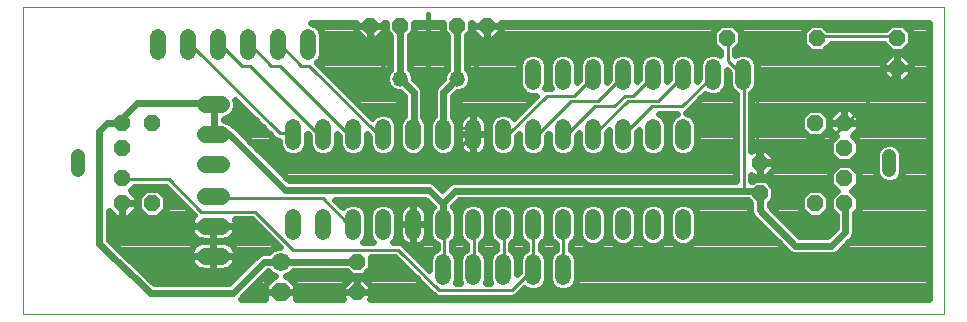
<source format=gtl>
G75*
%MOIN*%
%OFA0B0*%
%FSLAX25Y25*%
%IPPOS*%
%LPD*%
%AMOC8*
5,1,8,0,0,1.08239X$1,22.5*
%
%ADD10C,0.00000*%
%ADD11OC8,0.05200*%
%ADD12OC8,0.06200*%
%ADD13C,0.06200*%
%ADD14C,0.05200*%
%ADD15C,0.05600*%
%ADD16C,0.05200*%
%ADD17OC8,0.05543*%
%ADD18C,0.04756*%
%ADD19C,0.01000*%
%ADD20C,0.01600*%
%ADD21C,0.02400*%
D10*
X0005345Y0009867D02*
X0005345Y0112229D01*
X0312432Y0112229D01*
X0312432Y0009867D01*
X0005345Y0009867D01*
D11*
X0116595Y0017309D03*
X0116595Y0027309D03*
X0250974Y0050304D03*
X0250974Y0060304D03*
X0296671Y0092070D03*
X0296671Y0102070D03*
X0269926Y0101934D03*
X0239926Y0101934D03*
X0159931Y0106134D03*
X0149931Y0106134D03*
X0130967Y0106134D03*
X0120967Y0106134D03*
D12*
X0091178Y0017339D03*
D13*
X0091178Y0027339D03*
D14*
X0095345Y0037267D02*
X0095345Y0042467D01*
X0105345Y0042467D02*
X0105345Y0037267D01*
X0115345Y0037267D02*
X0115345Y0042467D01*
X0125345Y0042467D02*
X0125345Y0037267D01*
X0135345Y0037267D02*
X0135345Y0042467D01*
X0145345Y0042467D02*
X0145345Y0037267D01*
X0155345Y0037267D02*
X0155345Y0042467D01*
X0165345Y0042467D02*
X0165345Y0037267D01*
X0175345Y0037267D02*
X0175345Y0042467D01*
X0185345Y0042467D02*
X0185345Y0037267D01*
X0195345Y0037267D02*
X0195345Y0042467D01*
X0205345Y0042467D02*
X0205345Y0037267D01*
X0215345Y0037267D02*
X0215345Y0042467D01*
X0225345Y0042467D02*
X0225345Y0037267D01*
X0185345Y0027467D02*
X0185345Y0022267D01*
X0175345Y0022267D02*
X0175345Y0027467D01*
X0165345Y0027467D02*
X0165345Y0022267D01*
X0155345Y0022267D02*
X0155345Y0027467D01*
X0145345Y0027467D02*
X0145345Y0022267D01*
X0145345Y0067267D02*
X0145345Y0072467D01*
X0135345Y0072467D02*
X0135345Y0067267D01*
X0125345Y0067267D02*
X0125345Y0072467D01*
X0115345Y0072467D02*
X0115345Y0067267D01*
X0105345Y0067267D02*
X0105345Y0072467D01*
X0095345Y0072467D02*
X0095345Y0067267D01*
X0155345Y0067267D02*
X0155345Y0072467D01*
X0165345Y0072467D02*
X0165345Y0067267D01*
X0175345Y0067267D02*
X0175345Y0072467D01*
X0185345Y0072467D02*
X0185345Y0067267D01*
X0195345Y0067267D02*
X0195345Y0072467D01*
X0205345Y0072467D02*
X0205345Y0067267D01*
X0215345Y0067267D02*
X0215345Y0072467D01*
X0225345Y0072467D02*
X0225345Y0067267D01*
X0225345Y0087267D02*
X0225345Y0092467D01*
X0215345Y0092467D02*
X0215345Y0087267D01*
X0205345Y0087267D02*
X0205345Y0092467D01*
X0195345Y0092467D02*
X0195345Y0087267D01*
X0185345Y0087267D02*
X0185345Y0092467D01*
X0175345Y0092467D02*
X0175345Y0087267D01*
X0235345Y0087267D02*
X0235345Y0092467D01*
X0245345Y0092467D02*
X0245345Y0087267D01*
X0100345Y0097267D02*
X0100345Y0102467D01*
X0090345Y0102467D02*
X0090345Y0097267D01*
X0080345Y0097267D02*
X0080345Y0102467D01*
X0070345Y0102467D02*
X0070345Y0097267D01*
X0060345Y0097267D02*
X0060345Y0102467D01*
X0050345Y0102467D02*
X0050345Y0097267D01*
D15*
X0065859Y0079915D02*
X0071459Y0079915D01*
X0071459Y0069915D02*
X0065859Y0069915D01*
X0065859Y0059915D02*
X0071459Y0059915D01*
X0071493Y0049371D02*
X0065893Y0049371D01*
X0065893Y0039371D02*
X0071493Y0039371D01*
X0071493Y0029371D02*
X0065893Y0029371D01*
D16*
X0131053Y0088415D03*
X0150053Y0088415D03*
D17*
X0048307Y0073646D03*
X0038465Y0073646D03*
X0038465Y0065378D03*
X0038465Y0055142D03*
X0038465Y0046874D03*
X0048307Y0046874D03*
X0269280Y0046874D03*
X0279123Y0046874D03*
X0279123Y0055142D03*
X0279123Y0065378D03*
X0279123Y0073646D03*
X0269280Y0073646D03*
D18*
X0294084Y0062638D02*
X0294084Y0057882D01*
X0023504Y0057882D02*
X0023504Y0062638D01*
D19*
X0038465Y0055142D02*
X0038645Y0054867D01*
X0053945Y0054867D01*
X0064745Y0044067D01*
X0082745Y0044067D01*
X0095345Y0031467D01*
X0130445Y0031467D01*
X0143945Y0017967D01*
X0168245Y0017967D01*
X0174545Y0024267D01*
X0175345Y0024867D01*
X0175445Y0025167D01*
X0175445Y0039567D01*
X0175345Y0039867D01*
X0165545Y0039567D02*
X0165345Y0039867D01*
X0165545Y0039567D02*
X0165545Y0025167D01*
X0165345Y0024867D01*
X0155645Y0025167D02*
X0155345Y0024867D01*
X0155645Y0025167D02*
X0155645Y0039567D01*
X0155345Y0039867D01*
X0145745Y0038667D02*
X0145345Y0039867D01*
X0145745Y0043167D01*
X0145211Y0043167D01*
X0145211Y0046942D02*
X0144845Y0047667D01*
X0144565Y0047387D01*
X0145745Y0038667D02*
X0145745Y0025167D01*
X0145345Y0024867D01*
X0116945Y0027867D02*
X0116838Y0027355D01*
X0116595Y0027309D02*
X0116945Y0027867D01*
X0116045Y0017967D02*
X0091745Y0017967D01*
X0091178Y0017339D01*
X0090845Y0026967D02*
X0090845Y0027355D01*
X0091178Y0027339D02*
X0090845Y0026967D01*
X0069245Y0029667D02*
X0068693Y0029371D01*
X0069245Y0029667D02*
X0069245Y0038667D01*
X0068693Y0039371D01*
X0068345Y0039567D01*
X0049445Y0039567D01*
X0042245Y0046767D01*
X0038645Y0046767D01*
X0038465Y0046874D01*
X0068693Y0049371D02*
X0069245Y0048567D01*
X0105245Y0048567D01*
X0113345Y0040467D01*
X0115145Y0040467D01*
X0115345Y0039867D01*
X0116045Y0017967D02*
X0116595Y0017309D01*
X0048545Y0017067D02*
X0047505Y0017162D01*
X0048545Y0017067D02*
X0048545Y0017062D01*
X0130445Y0066567D02*
X0134045Y0062967D01*
X0136745Y0062967D01*
X0140345Y0066567D01*
X0143945Y0062967D01*
X0148445Y0062967D01*
X0155345Y0069867D01*
X0154745Y0070167D01*
X0152945Y0071967D01*
X0150245Y0071967D01*
X0150306Y0072528D01*
X0145745Y0070167D02*
X0145411Y0070167D01*
X0145345Y0069867D02*
X0145745Y0070167D01*
X0140415Y0073827D02*
X0140345Y0073767D01*
X0140345Y0066567D01*
X0135845Y0070167D02*
X0135345Y0069867D01*
X0135520Y0070167D02*
X0135845Y0070167D01*
X0130445Y0071967D02*
X0130525Y0072428D01*
X0130445Y0071967D02*
X0130445Y0066567D01*
X0125345Y0069867D02*
X0125045Y0070167D01*
X0123245Y0070167D01*
X0100745Y0092667D01*
X0098045Y0092667D01*
X0090845Y0099867D01*
X0090345Y0099867D01*
X0088145Y0092667D02*
X0080945Y0099867D01*
X0080345Y0099867D01*
X0078245Y0092667D02*
X0071045Y0099867D01*
X0070345Y0099867D01*
X0061145Y0099867D02*
X0060345Y0099867D01*
X0061145Y0099867D02*
X0090845Y0070167D01*
X0095345Y0070167D01*
X0095345Y0069867D01*
X0103445Y0070167D02*
X0080945Y0092667D01*
X0078245Y0092667D01*
X0088145Y0092667D02*
X0090845Y0092667D01*
X0113345Y0070167D01*
X0115145Y0070167D01*
X0115345Y0069867D01*
X0105345Y0069867D02*
X0105245Y0070167D01*
X0103445Y0070167D01*
X0069245Y0070167D02*
X0068984Y0070167D01*
X0069245Y0070167D02*
X0068659Y0069915D01*
X0068659Y0079915D02*
X0069245Y0080067D01*
X0068584Y0080318D01*
X0038613Y0075723D02*
X0038645Y0074667D01*
X0038465Y0073646D01*
X0038645Y0073767D01*
X0038513Y0073623D01*
X0121445Y0103467D02*
X0125045Y0099867D01*
X0125330Y0099112D01*
X0121445Y0103467D02*
X0121445Y0105267D01*
X0120967Y0106134D01*
X0130967Y0106134D02*
X0131345Y0106167D01*
X0131024Y0105908D01*
X0149931Y0106134D02*
X0150245Y0106167D01*
X0150006Y0106108D01*
X0159245Y0105267D02*
X0159245Y0101667D01*
X0156545Y0098967D01*
X0156200Y0098912D01*
X0159245Y0105267D02*
X0159931Y0106134D01*
X0160145Y0106167D01*
X0242045Y0106167D01*
X0250145Y0098067D01*
X0250145Y0061167D01*
X0250974Y0060304D01*
X0251045Y0061167D01*
X0267245Y0061167D01*
X0278945Y0072867D01*
X0279123Y0073646D01*
X0279845Y0073767D01*
X0296045Y0089967D01*
X0296045Y0091767D01*
X0296671Y0092070D01*
X0296671Y0102070D02*
X0296045Y0102567D01*
X0269945Y0102567D01*
X0269926Y0101934D01*
X0244745Y0089967D02*
X0240245Y0094467D01*
X0240245Y0101667D01*
X0239926Y0101934D01*
X0244745Y0089967D02*
X0245345Y0089867D01*
X0245645Y0089067D01*
X0245645Y0051138D01*
X0250963Y0050285D02*
X0251045Y0050367D01*
X0250974Y0050304D01*
X0279123Y0046874D02*
X0279845Y0046767D01*
X0279481Y0046642D01*
X0215045Y0079167D02*
X0206045Y0070167D01*
X0205345Y0069867D01*
X0196145Y0070167D02*
X0195345Y0069867D01*
X0196145Y0070167D02*
X0206945Y0080967D01*
X0216845Y0080967D01*
X0224945Y0089067D01*
X0225345Y0089867D01*
X0234845Y0089067D02*
X0235345Y0089867D01*
X0234845Y0089067D02*
X0224945Y0079167D01*
X0215045Y0079167D01*
X0208745Y0082767D02*
X0206045Y0082767D01*
X0202445Y0079167D01*
X0196145Y0079167D01*
X0187145Y0070167D01*
X0185345Y0070167D01*
X0185345Y0069867D01*
X0177245Y0070167D02*
X0188045Y0080967D01*
X0197045Y0080967D01*
X0205145Y0089067D01*
X0205345Y0089867D01*
X0208745Y0082767D02*
X0215045Y0089067D01*
X0215345Y0089867D01*
X0195345Y0089867D02*
X0195245Y0089067D01*
X0188945Y0082767D01*
X0179945Y0082767D01*
X0167345Y0070167D01*
X0165545Y0070167D01*
X0165345Y0069867D01*
X0175345Y0069867D02*
X0175445Y0070167D01*
X0177245Y0070167D01*
X0150245Y0088167D02*
X0150053Y0088415D01*
X0150000Y0088412D02*
X0150245Y0088167D01*
X0131345Y0089067D02*
X0131024Y0088418D01*
X0131053Y0088415D02*
X0131345Y0089067D01*
X0185345Y0039867D02*
X0185345Y0024867D01*
D20*
X0150306Y0072528D02*
X0150306Y0080325D01*
X0156200Y0086220D01*
X0156200Y0098912D01*
X0140415Y0109905D02*
X0140415Y0073827D01*
X0130525Y0072428D02*
X0130525Y0080625D01*
X0125330Y0085820D01*
X0125330Y0099112D01*
D21*
X0127824Y0098612D02*
X0104945Y0098612D01*
X0104945Y0096352D02*
X0104945Y0103382D01*
X0104245Y0105072D01*
X0102951Y0106366D01*
X0101352Y0107029D01*
X0116167Y0107029D01*
X0116167Y0106134D01*
X0116167Y0104146D01*
X0118979Y0101334D01*
X0120967Y0101334D01*
X0120967Y0106134D01*
X0116167Y0106134D01*
X0120967Y0106134D01*
X0120967Y0106134D01*
X0120967Y0106134D01*
X0120967Y0101334D01*
X0122955Y0101334D01*
X0125767Y0104146D01*
X0125767Y0106134D01*
X0120967Y0106134D01*
X0120967Y0106134D01*
X0125767Y0106134D01*
X0125767Y0107029D01*
X0126367Y0107029D01*
X0126367Y0104229D01*
X0127824Y0102771D01*
X0127824Y0091692D01*
X0127153Y0091021D01*
X0126453Y0089330D01*
X0126453Y0087500D01*
X0127153Y0085809D01*
X0128447Y0084515D01*
X0130138Y0083815D01*
X0131102Y0083815D01*
X0132320Y0082597D01*
X0132320Y0075947D01*
X0131446Y0075072D01*
X0130745Y0073382D01*
X0130745Y0066352D01*
X0131446Y0064661D01*
X0132740Y0063367D01*
X0134430Y0062667D01*
X0136260Y0062667D01*
X0137951Y0063367D01*
X0139245Y0064661D01*
X0139945Y0066352D01*
X0139945Y0073382D01*
X0139245Y0075072D01*
X0138720Y0075597D01*
X0138720Y0084559D01*
X0138233Y0085735D01*
X0135653Y0088316D01*
X0135653Y0089330D01*
X0134952Y0091021D01*
X0134224Y0091749D01*
X0134224Y0102886D01*
X0135567Y0104229D01*
X0135567Y0107029D01*
X0145331Y0107029D01*
X0145331Y0104229D01*
X0146806Y0102753D01*
X0146806Y0091674D01*
X0146153Y0091021D01*
X0145453Y0089330D01*
X0145453Y0088390D01*
X0142698Y0085635D01*
X0142211Y0084459D01*
X0142211Y0075837D01*
X0141446Y0075072D01*
X0140745Y0073382D01*
X0140745Y0066352D01*
X0141446Y0064661D01*
X0142740Y0063367D01*
X0144430Y0062667D01*
X0146260Y0062667D01*
X0147951Y0063367D01*
X0149245Y0064661D01*
X0149945Y0066352D01*
X0149945Y0073382D01*
X0149245Y0075072D01*
X0148610Y0075707D01*
X0148610Y0082497D01*
X0149928Y0083815D01*
X0150968Y0083815D01*
X0152658Y0084515D01*
X0153952Y0085809D01*
X0154653Y0087500D01*
X0154653Y0089330D01*
X0153952Y0091021D01*
X0153206Y0091767D01*
X0153206Y0102904D01*
X0154531Y0104229D01*
X0154531Y0107029D01*
X0155131Y0107029D01*
X0155131Y0106134D01*
X0155131Y0104146D01*
X0157943Y0101334D01*
X0159931Y0101334D01*
X0161919Y0101334D01*
X0164731Y0104146D01*
X0164731Y0106134D01*
X0164731Y0107029D01*
X0307232Y0107029D01*
X0307232Y0015067D01*
X0121141Y0015067D01*
X0121395Y0015320D01*
X0121395Y0017309D01*
X0121395Y0019297D01*
X0118583Y0022109D01*
X0116595Y0022109D01*
X0116595Y0017309D01*
X0116595Y0017309D01*
X0121395Y0017309D01*
X0116595Y0017309D01*
X0116595Y0017309D01*
X0116595Y0022109D01*
X0114606Y0022109D01*
X0111795Y0019297D01*
X0111795Y0017309D01*
X0116594Y0017309D01*
X0116594Y0017309D01*
X0111795Y0017309D01*
X0111795Y0015320D01*
X0112048Y0015067D01*
X0096401Y0015067D01*
X0096478Y0015143D01*
X0096478Y0017338D01*
X0091178Y0017338D01*
X0091178Y0017339D01*
X0096478Y0017339D01*
X0096478Y0019534D01*
X0093373Y0022639D01*
X0093158Y0022639D01*
X0094067Y0023015D01*
X0095206Y0024155D01*
X0113243Y0024155D01*
X0114689Y0022709D01*
X0118500Y0022709D01*
X0121195Y0025403D01*
X0121195Y0028967D01*
X0129410Y0028967D01*
X0141826Y0016550D01*
X0142529Y0015847D01*
X0143448Y0015467D01*
X0168743Y0015467D01*
X0169661Y0015847D01*
X0172460Y0018646D01*
X0172740Y0018367D01*
X0174430Y0017667D01*
X0176260Y0017667D01*
X0177951Y0018367D01*
X0179245Y0019661D01*
X0179945Y0021352D01*
X0179945Y0028382D01*
X0179245Y0030072D01*
X0177951Y0031366D01*
X0177945Y0031369D01*
X0177945Y0033365D01*
X0177951Y0033367D01*
X0179245Y0034661D01*
X0179945Y0036352D01*
X0179945Y0043382D01*
X0179245Y0045072D01*
X0177951Y0046366D01*
X0176260Y0047067D01*
X0174430Y0047067D01*
X0172740Y0046366D01*
X0171446Y0045072D01*
X0170745Y0043382D01*
X0170745Y0036352D01*
X0171446Y0034661D01*
X0172740Y0033367D01*
X0172945Y0033282D01*
X0172945Y0031451D01*
X0172740Y0031366D01*
X0171446Y0030072D01*
X0170745Y0028382D01*
X0170745Y0024002D01*
X0169945Y0023202D01*
X0169945Y0028382D01*
X0169245Y0030072D01*
X0168045Y0031272D01*
X0168045Y0033461D01*
X0169245Y0034661D01*
X0169945Y0036352D01*
X0169945Y0043382D01*
X0169245Y0045072D01*
X0167951Y0046366D01*
X0166260Y0047067D01*
X0164430Y0047067D01*
X0162740Y0046366D01*
X0161446Y0045072D01*
X0160745Y0043382D01*
X0160745Y0036352D01*
X0161446Y0034661D01*
X0162740Y0033367D01*
X0163045Y0033240D01*
X0163045Y0031493D01*
X0162740Y0031366D01*
X0161446Y0030072D01*
X0160745Y0028382D01*
X0160745Y0021352D01*
X0161112Y0020467D01*
X0159579Y0020467D01*
X0159945Y0021352D01*
X0159945Y0028382D01*
X0159245Y0030072D01*
X0158145Y0031172D01*
X0158145Y0033561D01*
X0159245Y0034661D01*
X0159945Y0036352D01*
X0159945Y0043382D01*
X0159245Y0045072D01*
X0157951Y0046366D01*
X0156260Y0047067D01*
X0154430Y0047067D01*
X0152740Y0046366D01*
X0151446Y0045072D01*
X0150745Y0043382D01*
X0150745Y0036352D01*
X0151446Y0034661D01*
X0152740Y0033367D01*
X0153145Y0033199D01*
X0153145Y0031534D01*
X0152740Y0031366D01*
X0151446Y0030072D01*
X0150745Y0028382D01*
X0150745Y0021352D01*
X0151112Y0020467D01*
X0149579Y0020467D01*
X0149945Y0021352D01*
X0149945Y0028382D01*
X0149245Y0030072D01*
X0148245Y0031072D01*
X0148245Y0033661D01*
X0149245Y0034661D01*
X0149945Y0036352D01*
X0149945Y0043382D01*
X0149245Y0045072D01*
X0148556Y0045762D01*
X0150732Y0047938D01*
X0246834Y0047938D01*
X0247809Y0046964D01*
X0247809Y0043903D01*
X0248296Y0042727D01*
X0260085Y0030938D01*
X0260985Y0030038D01*
X0262161Y0029551D01*
X0275421Y0029551D01*
X0276597Y0030038D01*
X0281294Y0034735D01*
X0282194Y0035635D01*
X0282681Y0036811D01*
X0282681Y0043685D01*
X0283895Y0044898D01*
X0283895Y0048851D01*
X0281737Y0051008D01*
X0283895Y0053166D01*
X0283895Y0057119D01*
X0281099Y0059914D01*
X0277146Y0059914D01*
X0274351Y0057119D01*
X0274351Y0053166D01*
X0276509Y0051008D01*
X0274351Y0048851D01*
X0274351Y0044898D01*
X0276281Y0042968D01*
X0276281Y0038773D01*
X0273459Y0035951D01*
X0264123Y0035951D01*
X0254209Y0045865D01*
X0254209Y0047033D01*
X0255574Y0048398D01*
X0255574Y0052209D01*
X0252880Y0054904D01*
X0249069Y0054904D01*
X0248504Y0054338D01*
X0248145Y0054338D01*
X0248145Y0056344D01*
X0248986Y0055504D01*
X0250974Y0055504D01*
X0250974Y0060303D01*
X0250974Y0060303D01*
X0250974Y0055504D01*
X0252962Y0055504D01*
X0255774Y0058315D01*
X0255774Y0060304D01*
X0255774Y0062292D01*
X0252962Y0065104D01*
X0250974Y0065104D01*
X0248986Y0065104D01*
X0248145Y0064263D01*
X0248145Y0083561D01*
X0249245Y0084661D01*
X0249945Y0086352D01*
X0249945Y0093382D01*
X0249245Y0095072D01*
X0247951Y0096366D01*
X0246260Y0097067D01*
X0244430Y0097067D01*
X0242745Y0096369D01*
X0242745Y0098248D01*
X0244526Y0100028D01*
X0244526Y0103839D01*
X0241832Y0106534D01*
X0238021Y0106534D01*
X0235326Y0103839D01*
X0235326Y0100028D01*
X0237745Y0097609D01*
X0237745Y0096451D01*
X0236260Y0097067D01*
X0234430Y0097067D01*
X0232740Y0096366D01*
X0231446Y0095072D01*
X0230745Y0093382D01*
X0230745Y0088502D01*
X0229945Y0087702D01*
X0229945Y0093382D01*
X0229245Y0095072D01*
X0227951Y0096366D01*
X0226260Y0097067D01*
X0224430Y0097067D01*
X0222740Y0096366D01*
X0221446Y0095072D01*
X0220745Y0093382D01*
X0220745Y0088402D01*
X0219945Y0087602D01*
X0219945Y0093382D01*
X0219245Y0095072D01*
X0217951Y0096366D01*
X0216260Y0097067D01*
X0214430Y0097067D01*
X0212740Y0096366D01*
X0211446Y0095072D01*
X0210745Y0093382D01*
X0210745Y0088302D01*
X0209945Y0087502D01*
X0209945Y0093382D01*
X0209245Y0095072D01*
X0207951Y0096366D01*
X0206260Y0097067D01*
X0204430Y0097067D01*
X0202740Y0096366D01*
X0201446Y0095072D01*
X0200745Y0093382D01*
X0200745Y0088202D01*
X0199945Y0087402D01*
X0199945Y0093382D01*
X0199245Y0095072D01*
X0197951Y0096366D01*
X0196260Y0097067D01*
X0194430Y0097067D01*
X0192740Y0096366D01*
X0191446Y0095072D01*
X0190745Y0093382D01*
X0190745Y0088102D01*
X0189945Y0087302D01*
X0189945Y0093382D01*
X0189245Y0095072D01*
X0187951Y0096366D01*
X0186260Y0097067D01*
X0184430Y0097067D01*
X0182740Y0096366D01*
X0181446Y0095072D01*
X0180745Y0093382D01*
X0180745Y0086352D01*
X0181195Y0085267D01*
X0179496Y0085267D01*
X0179945Y0086352D01*
X0179945Y0093382D01*
X0179245Y0095072D01*
X0177951Y0096366D01*
X0176260Y0097067D01*
X0174430Y0097067D01*
X0172740Y0096366D01*
X0171446Y0095072D01*
X0170745Y0093382D01*
X0170745Y0086352D01*
X0171446Y0084661D01*
X0172740Y0083367D01*
X0174430Y0082667D01*
X0176260Y0082667D01*
X0176345Y0082702D01*
X0168980Y0075337D01*
X0167951Y0076366D01*
X0166260Y0077067D01*
X0164430Y0077067D01*
X0162740Y0076366D01*
X0161446Y0075072D01*
X0160745Y0073382D01*
X0160745Y0066352D01*
X0161446Y0064661D01*
X0162740Y0063367D01*
X0164430Y0062667D01*
X0166260Y0062667D01*
X0167951Y0063367D01*
X0169245Y0064661D01*
X0169945Y0066352D01*
X0169945Y0069231D01*
X0170745Y0070031D01*
X0170745Y0066352D01*
X0171446Y0064661D01*
X0172740Y0063367D01*
X0174430Y0062667D01*
X0176260Y0062667D01*
X0177951Y0063367D01*
X0179245Y0064661D01*
X0179945Y0066352D01*
X0179945Y0069331D01*
X0180745Y0070131D01*
X0180745Y0066352D01*
X0181446Y0064661D01*
X0182740Y0063367D01*
X0184430Y0062667D01*
X0186260Y0062667D01*
X0187951Y0063367D01*
X0189245Y0064661D01*
X0189945Y0066352D01*
X0189945Y0069431D01*
X0190745Y0070231D01*
X0190745Y0066352D01*
X0191446Y0064661D01*
X0192740Y0063367D01*
X0194430Y0062667D01*
X0196260Y0062667D01*
X0197951Y0063367D01*
X0199245Y0064661D01*
X0199945Y0066352D01*
X0199945Y0070431D01*
X0200745Y0071231D01*
X0200745Y0066352D01*
X0201446Y0064661D01*
X0202740Y0063367D01*
X0204430Y0062667D01*
X0206260Y0062667D01*
X0207951Y0063367D01*
X0209245Y0064661D01*
X0209945Y0066352D01*
X0209945Y0070531D01*
X0210745Y0071331D01*
X0210745Y0066352D01*
X0211446Y0064661D01*
X0212740Y0063367D01*
X0214430Y0062667D01*
X0216260Y0062667D01*
X0217951Y0063367D01*
X0219245Y0064661D01*
X0219945Y0066352D01*
X0219945Y0073382D01*
X0219245Y0075072D01*
X0217951Y0076366D01*
X0217226Y0076667D01*
X0223465Y0076667D01*
X0222740Y0076366D01*
X0221446Y0075072D01*
X0220745Y0073382D01*
X0220745Y0066352D01*
X0221446Y0064661D01*
X0222740Y0063367D01*
X0224430Y0062667D01*
X0226260Y0062667D01*
X0227951Y0063367D01*
X0229245Y0064661D01*
X0229945Y0066352D01*
X0229945Y0073382D01*
X0229245Y0075072D01*
X0227951Y0076366D01*
X0226334Y0077036D01*
X0226361Y0077047D01*
X0232710Y0083396D01*
X0232740Y0083367D01*
X0234430Y0082667D01*
X0236260Y0082667D01*
X0237951Y0083367D01*
X0239245Y0084661D01*
X0239945Y0086352D01*
X0239945Y0091231D01*
X0240745Y0090431D01*
X0240745Y0086352D01*
X0241446Y0084661D01*
X0242740Y0083367D01*
X0243145Y0083199D01*
X0243145Y0054338D01*
X0148770Y0054338D01*
X0147594Y0053851D01*
X0146694Y0052951D01*
X0145110Y0051367D01*
X0142426Y0054051D01*
X0141250Y0054538D01*
X0093987Y0054538D01*
X0075887Y0072638D01*
X0075267Y0072895D01*
X0074178Y0073984D01*
X0072414Y0074715D01*
X0072184Y0074715D01*
X0072184Y0075115D01*
X0072414Y0075115D01*
X0074178Y0075846D01*
X0075528Y0077196D01*
X0076259Y0078960D01*
X0076259Y0080870D01*
X0076013Y0081463D01*
X0089429Y0068047D01*
X0090348Y0067667D01*
X0090745Y0067667D01*
X0090745Y0066352D01*
X0091446Y0064661D01*
X0092740Y0063367D01*
X0094430Y0062667D01*
X0096260Y0062667D01*
X0097951Y0063367D01*
X0099245Y0064661D01*
X0099945Y0066352D01*
X0099945Y0070131D01*
X0100745Y0069331D01*
X0100745Y0066352D01*
X0101446Y0064661D01*
X0102740Y0063367D01*
X0104430Y0062667D01*
X0106260Y0062667D01*
X0107951Y0063367D01*
X0109245Y0064661D01*
X0109945Y0066352D01*
X0109945Y0070031D01*
X0110745Y0069231D01*
X0110745Y0066352D01*
X0111446Y0064661D01*
X0112740Y0063367D01*
X0114430Y0062667D01*
X0116260Y0062667D01*
X0117951Y0063367D01*
X0119245Y0064661D01*
X0119945Y0066352D01*
X0119945Y0069931D01*
X0120745Y0069131D01*
X0120745Y0066352D01*
X0121446Y0064661D01*
X0122740Y0063367D01*
X0124430Y0062667D01*
X0126260Y0062667D01*
X0127951Y0063367D01*
X0129245Y0064661D01*
X0129945Y0066352D01*
X0129945Y0073382D01*
X0129245Y0075072D01*
X0127951Y0076366D01*
X0126260Y0077067D01*
X0124430Y0077067D01*
X0122740Y0076366D01*
X0121660Y0075287D01*
X0103266Y0093682D01*
X0104245Y0094661D01*
X0104945Y0096352D01*
X0104888Y0096213D02*
X0127824Y0096213D01*
X0127824Y0093814D02*
X0103399Y0093814D01*
X0105531Y0091416D02*
X0127548Y0091416D01*
X0126453Y0089017D02*
X0107930Y0089017D01*
X0110328Y0086619D02*
X0126818Y0086619D01*
X0129159Y0084220D02*
X0112727Y0084220D01*
X0115126Y0081822D02*
X0132320Y0081822D01*
X0132320Y0079423D02*
X0117524Y0079423D01*
X0119923Y0077025D02*
X0124330Y0077025D01*
X0126361Y0077025D02*
X0132320Y0077025D01*
X0131261Y0074626D02*
X0129430Y0074626D01*
X0129945Y0072228D02*
X0130745Y0072228D01*
X0130745Y0069829D02*
X0129945Y0069829D01*
X0129945Y0067431D02*
X0130745Y0067431D01*
X0131292Y0065032D02*
X0129399Y0065032D01*
X0121292Y0065032D02*
X0119399Y0065032D01*
X0119945Y0067431D02*
X0120745Y0067431D01*
X0120047Y0069829D02*
X0119945Y0069829D01*
X0110745Y0067431D02*
X0109945Y0067431D01*
X0109945Y0069829D02*
X0110147Y0069829D01*
X0100745Y0067431D02*
X0099945Y0067431D01*
X0099945Y0069829D02*
X0100247Y0069829D01*
X0090745Y0067431D02*
X0081094Y0067431D01*
X0078696Y0069829D02*
X0087647Y0069829D01*
X0085248Y0072228D02*
X0076297Y0072228D01*
X0074074Y0069925D02*
X0092661Y0051338D01*
X0140614Y0051338D01*
X0144565Y0047387D01*
X0145211Y0046741D01*
X0145211Y0046942D01*
X0149407Y0051138D01*
X0245645Y0051138D01*
X0250109Y0051138D01*
X0250963Y0050285D01*
X0251009Y0050239D01*
X0251009Y0044540D01*
X0262798Y0032751D01*
X0274785Y0032751D01*
X0279481Y0037448D01*
X0279481Y0046642D01*
X0279182Y0046941D01*
X0274351Y0045844D02*
X0274052Y0045844D01*
X0274052Y0044898D02*
X0271257Y0042103D01*
X0267304Y0042103D01*
X0264509Y0044898D01*
X0264509Y0048851D01*
X0267304Y0051646D01*
X0271257Y0051646D01*
X0274052Y0048851D01*
X0274052Y0044898D01*
X0272600Y0043446D02*
X0275804Y0043446D01*
X0276281Y0041047D02*
X0259027Y0041047D01*
X0261425Y0038649D02*
X0276157Y0038649D01*
X0273758Y0036250D02*
X0263824Y0036250D01*
X0257171Y0033852D02*
X0228436Y0033852D01*
X0227951Y0033367D02*
X0229245Y0034661D01*
X0229945Y0036352D01*
X0229945Y0043382D01*
X0229245Y0045072D01*
X0227951Y0046366D01*
X0226260Y0047067D01*
X0224430Y0047067D01*
X0222740Y0046366D01*
X0221446Y0045072D01*
X0220745Y0043382D01*
X0220745Y0036352D01*
X0221446Y0034661D01*
X0222740Y0033367D01*
X0224430Y0032667D01*
X0226260Y0032667D01*
X0227951Y0033367D01*
X0222255Y0033852D02*
X0218436Y0033852D01*
X0217951Y0033367D02*
X0219245Y0034661D01*
X0219945Y0036352D01*
X0219945Y0043382D01*
X0219245Y0045072D01*
X0217951Y0046366D01*
X0216260Y0047067D01*
X0214430Y0047067D01*
X0212740Y0046366D01*
X0211446Y0045072D01*
X0210745Y0043382D01*
X0210745Y0036352D01*
X0211446Y0034661D01*
X0212740Y0033367D01*
X0214430Y0032667D01*
X0216260Y0032667D01*
X0217951Y0033367D01*
X0212255Y0033852D02*
X0208436Y0033852D01*
X0207951Y0033367D02*
X0206260Y0032667D01*
X0204430Y0032667D01*
X0202740Y0033367D01*
X0201446Y0034661D01*
X0200745Y0036352D01*
X0200745Y0043382D01*
X0201446Y0045072D01*
X0202740Y0046366D01*
X0204430Y0047067D01*
X0206260Y0047067D01*
X0207951Y0046366D01*
X0209245Y0045072D01*
X0209945Y0043382D01*
X0209945Y0036352D01*
X0209245Y0034661D01*
X0207951Y0033367D01*
X0202255Y0033852D02*
X0198436Y0033852D01*
X0197951Y0033367D02*
X0196260Y0032667D01*
X0194430Y0032667D01*
X0192740Y0033367D01*
X0191446Y0034661D01*
X0190745Y0036352D01*
X0190745Y0043382D01*
X0191446Y0045072D01*
X0192740Y0046366D01*
X0194430Y0047067D01*
X0196260Y0047067D01*
X0197951Y0046366D01*
X0199245Y0045072D01*
X0199945Y0043382D01*
X0199945Y0036352D01*
X0199245Y0034661D01*
X0197951Y0033367D01*
X0192255Y0033852D02*
X0188436Y0033852D01*
X0187951Y0033367D02*
X0189245Y0034661D01*
X0189945Y0036352D01*
X0189945Y0043382D01*
X0189245Y0045072D01*
X0187951Y0046366D01*
X0186260Y0047067D01*
X0184430Y0047067D01*
X0182740Y0046366D01*
X0181446Y0045072D01*
X0180745Y0043382D01*
X0180745Y0036352D01*
X0181446Y0034661D01*
X0182740Y0033367D01*
X0182845Y0033323D01*
X0182845Y0031410D01*
X0182740Y0031366D01*
X0181446Y0030072D01*
X0180745Y0028382D01*
X0180745Y0021352D01*
X0181446Y0019661D01*
X0182740Y0018367D01*
X0184430Y0017667D01*
X0186260Y0017667D01*
X0187951Y0018367D01*
X0189245Y0019661D01*
X0189945Y0021352D01*
X0189945Y0028382D01*
X0189245Y0030072D01*
X0187951Y0031366D01*
X0187845Y0031410D01*
X0187845Y0033323D01*
X0187951Y0033367D01*
X0187845Y0031453D02*
X0259570Y0031453D01*
X0254773Y0036250D02*
X0229903Y0036250D01*
X0229945Y0038649D02*
X0252374Y0038649D01*
X0249976Y0041047D02*
X0229945Y0041047D01*
X0229919Y0043446D02*
X0247998Y0043446D01*
X0247809Y0045844D02*
X0228473Y0045844D01*
X0222218Y0045844D02*
X0218473Y0045844D01*
X0219919Y0043446D02*
X0220772Y0043446D01*
X0220745Y0041047D02*
X0219945Y0041047D01*
X0219945Y0038649D02*
X0220745Y0038649D01*
X0220787Y0036250D02*
X0219903Y0036250D01*
X0210787Y0036250D02*
X0209903Y0036250D01*
X0209945Y0038649D02*
X0210745Y0038649D01*
X0210745Y0041047D02*
X0209945Y0041047D01*
X0209919Y0043446D02*
X0210772Y0043446D01*
X0212218Y0045844D02*
X0208473Y0045844D01*
X0202218Y0045844D02*
X0198473Y0045844D01*
X0199919Y0043446D02*
X0200772Y0043446D01*
X0200745Y0041047D02*
X0199945Y0041047D01*
X0199945Y0038649D02*
X0200745Y0038649D01*
X0200787Y0036250D02*
X0199903Y0036250D01*
X0190787Y0036250D02*
X0189903Y0036250D01*
X0189945Y0038649D02*
X0190745Y0038649D01*
X0190745Y0041047D02*
X0189945Y0041047D01*
X0189919Y0043446D02*
X0190772Y0043446D01*
X0192218Y0045844D02*
X0188473Y0045844D01*
X0182218Y0045844D02*
X0178473Y0045844D01*
X0179919Y0043446D02*
X0180772Y0043446D01*
X0180745Y0041047D02*
X0179945Y0041047D01*
X0179945Y0038649D02*
X0180745Y0038649D01*
X0180787Y0036250D02*
X0179903Y0036250D01*
X0178436Y0033852D02*
X0182255Y0033852D01*
X0182845Y0031453D02*
X0177945Y0031453D01*
X0179667Y0029055D02*
X0181024Y0029055D01*
X0180745Y0026656D02*
X0179945Y0026656D01*
X0179945Y0024258D02*
X0180745Y0024258D01*
X0180745Y0021859D02*
X0179945Y0021859D01*
X0179045Y0019461D02*
X0181646Y0019461D01*
X0189045Y0019461D02*
X0307232Y0019461D01*
X0307232Y0021859D02*
X0189945Y0021859D01*
X0189945Y0024258D02*
X0307232Y0024258D01*
X0307232Y0026656D02*
X0189945Y0026656D01*
X0189667Y0029055D02*
X0307232Y0029055D01*
X0307232Y0031453D02*
X0278012Y0031453D01*
X0280411Y0033852D02*
X0307232Y0033852D01*
X0307232Y0036250D02*
X0282449Y0036250D01*
X0282681Y0038649D02*
X0307232Y0038649D01*
X0307232Y0041047D02*
X0282681Y0041047D01*
X0282681Y0043446D02*
X0307232Y0043446D01*
X0307232Y0045844D02*
X0283895Y0045844D01*
X0283895Y0048243D02*
X0307232Y0048243D01*
X0307232Y0050641D02*
X0282104Y0050641D01*
X0283769Y0053040D02*
X0307232Y0053040D01*
X0307232Y0055438D02*
X0297810Y0055438D01*
X0297795Y0055402D02*
X0298462Y0057012D01*
X0298462Y0063509D01*
X0297795Y0065118D01*
X0296564Y0066350D01*
X0294954Y0067016D01*
X0293213Y0067016D01*
X0291604Y0066350D01*
X0290372Y0065118D01*
X0289706Y0063509D01*
X0289706Y0057012D01*
X0290372Y0055402D01*
X0291604Y0054171D01*
X0293213Y0053504D01*
X0294954Y0053504D01*
X0296564Y0054171D01*
X0297795Y0055402D01*
X0298462Y0057837D02*
X0307232Y0057837D01*
X0307232Y0060235D02*
X0298462Y0060235D01*
X0298462Y0062634D02*
X0307232Y0062634D01*
X0307232Y0065032D02*
X0297831Y0065032D01*
X0290337Y0065032D02*
X0283895Y0065032D01*
X0283895Y0063402D02*
X0283895Y0067355D01*
X0281879Y0069371D01*
X0284095Y0071587D01*
X0284095Y0073646D01*
X0279123Y0073646D01*
X0279123Y0073646D01*
X0274151Y0073646D01*
X0274151Y0071587D01*
X0276367Y0069371D01*
X0274351Y0067355D01*
X0274351Y0063402D01*
X0277146Y0060607D01*
X0281099Y0060607D01*
X0283895Y0063402D01*
X0283127Y0062634D02*
X0289706Y0062634D01*
X0289706Y0060235D02*
X0255774Y0060235D01*
X0255774Y0060304D02*
X0250974Y0060304D01*
X0250974Y0065104D01*
X0250974Y0060304D01*
X0250974Y0060304D01*
X0255774Y0060304D01*
X0250974Y0060304D02*
X0250974Y0060304D01*
X0250974Y0060235D02*
X0250974Y0060235D01*
X0250974Y0057837D02*
X0250974Y0057837D01*
X0255296Y0057837D02*
X0275069Y0057837D01*
X0274351Y0055438D02*
X0248145Y0055438D01*
X0243145Y0055438D02*
X0093087Y0055438D01*
X0090688Y0057837D02*
X0243145Y0057837D01*
X0243145Y0060235D02*
X0088290Y0060235D01*
X0085891Y0062634D02*
X0154070Y0062634D01*
X0154221Y0062585D02*
X0154968Y0062467D01*
X0155345Y0062467D01*
X0155345Y0069866D01*
X0155345Y0069866D01*
X0155345Y0069867D02*
X0150545Y0069867D01*
X0155345Y0069867D01*
X0155345Y0077267D01*
X0154968Y0077267D01*
X0154221Y0077148D01*
X0153503Y0076915D01*
X0152830Y0076572D01*
X0152218Y0076128D01*
X0151684Y0075594D01*
X0151240Y0074982D01*
X0150897Y0074309D01*
X0150664Y0073591D01*
X0150545Y0072844D01*
X0150545Y0069867D01*
X0150545Y0066889D01*
X0150664Y0066143D01*
X0150897Y0065424D01*
X0151240Y0064751D01*
X0151684Y0064140D01*
X0152218Y0063605D01*
X0152830Y0063161D01*
X0153503Y0062818D01*
X0154221Y0062585D01*
X0155345Y0062634D02*
X0155345Y0062634D01*
X0155345Y0062467D02*
X0155723Y0062467D01*
X0156469Y0062585D01*
X0157188Y0062818D01*
X0157861Y0063161D01*
X0158472Y0063605D01*
X0159007Y0064140D01*
X0159451Y0064751D01*
X0159794Y0065424D01*
X0160027Y0066143D01*
X0160145Y0066889D01*
X0160145Y0069867D01*
X0160145Y0072844D01*
X0160027Y0073591D01*
X0159794Y0074309D01*
X0159451Y0074982D01*
X0159007Y0075594D01*
X0158472Y0076128D01*
X0157861Y0076572D01*
X0157188Y0076915D01*
X0156469Y0077148D01*
X0155723Y0077267D01*
X0155345Y0077267D01*
X0155345Y0069867D01*
X0155345Y0069867D01*
X0155345Y0069867D01*
X0160145Y0069867D01*
X0155345Y0069867D01*
X0155345Y0069867D01*
X0155345Y0069866D02*
X0155345Y0062467D01*
X0156620Y0062634D02*
X0243145Y0062634D01*
X0243145Y0065032D02*
X0229399Y0065032D01*
X0229945Y0067431D02*
X0243145Y0067431D01*
X0243145Y0069829D02*
X0229945Y0069829D01*
X0229945Y0072228D02*
X0243145Y0072228D01*
X0243145Y0074626D02*
X0229430Y0074626D01*
X0226361Y0077025D02*
X0243145Y0077025D01*
X0243145Y0079423D02*
X0228738Y0079423D01*
X0231136Y0081822D02*
X0243145Y0081822D01*
X0241886Y0084220D02*
X0238805Y0084220D01*
X0239945Y0086619D02*
X0240745Y0086619D01*
X0240745Y0089017D02*
X0239945Y0089017D01*
X0230745Y0089017D02*
X0229945Y0089017D01*
X0229945Y0091416D02*
X0230745Y0091416D01*
X0230925Y0093814D02*
X0229766Y0093814D01*
X0228104Y0096213D02*
X0232586Y0096213D01*
X0236743Y0098612D02*
X0153206Y0098612D01*
X0153206Y0101010D02*
X0235326Y0101010D01*
X0235326Y0103409D02*
X0163994Y0103409D01*
X0159931Y0103409D02*
X0159931Y0103409D01*
X0155868Y0103409D02*
X0153711Y0103409D01*
X0154531Y0105807D02*
X0155131Y0105807D01*
X0155131Y0106134D02*
X0159931Y0106134D01*
X0159931Y0106134D01*
X0164731Y0106134D01*
X0159931Y0106134D01*
X0159931Y0101334D01*
X0159931Y0106134D01*
X0159931Y0106134D01*
X0159931Y0106134D01*
X0155131Y0106134D01*
X0150106Y0106207D02*
X0150006Y0106108D01*
X0150006Y0088418D01*
X0150000Y0088412D01*
X0145411Y0083823D01*
X0145411Y0070167D01*
X0145411Y0069730D01*
X0140745Y0069829D02*
X0139945Y0069829D01*
X0139945Y0067431D02*
X0140745Y0067431D01*
X0141292Y0065032D02*
X0139399Y0065032D01*
X0135520Y0069830D02*
X0135520Y0070167D01*
X0135520Y0083923D01*
X0131024Y0088418D01*
X0131024Y0105908D01*
X0130825Y0106108D01*
X0135567Y0105807D02*
X0145331Y0105807D01*
X0146151Y0103409D02*
X0134747Y0103409D01*
X0134224Y0101010D02*
X0146806Y0101010D01*
X0146806Y0098612D02*
X0134224Y0098612D01*
X0134224Y0096213D02*
X0146806Y0096213D01*
X0146806Y0093814D02*
X0134224Y0093814D01*
X0134557Y0091416D02*
X0146548Y0091416D01*
X0145453Y0089017D02*
X0135653Y0089017D01*
X0137349Y0086619D02*
X0143681Y0086619D01*
X0142211Y0084220D02*
X0138720Y0084220D01*
X0138720Y0081822D02*
X0142211Y0081822D01*
X0142211Y0079423D02*
X0138720Y0079423D01*
X0138720Y0077025D02*
X0142211Y0077025D01*
X0141261Y0074626D02*
X0139430Y0074626D01*
X0139945Y0072228D02*
X0140745Y0072228D01*
X0149430Y0074626D02*
X0151059Y0074626D01*
X0155345Y0074626D02*
X0155345Y0074626D01*
X0155345Y0072228D02*
X0155345Y0072228D01*
X0150545Y0072228D02*
X0149945Y0072228D01*
X0149945Y0069829D02*
X0150545Y0069829D01*
X0155345Y0069829D02*
X0155345Y0069829D01*
X0155345Y0067431D02*
X0155345Y0067431D01*
X0150545Y0067431D02*
X0149945Y0067431D01*
X0149399Y0065032D02*
X0151097Y0065032D01*
X0155345Y0065032D02*
X0155345Y0065032D01*
X0159594Y0065032D02*
X0161292Y0065032D01*
X0160745Y0067431D02*
X0160145Y0067431D01*
X0160145Y0069829D02*
X0160745Y0069829D01*
X0160745Y0072228D02*
X0160145Y0072228D01*
X0159632Y0074626D02*
X0161261Y0074626D01*
X0164330Y0077025D02*
X0156849Y0077025D01*
X0155345Y0077025D02*
X0155345Y0077025D01*
X0153841Y0077025D02*
X0148610Y0077025D01*
X0148610Y0079423D02*
X0173067Y0079423D01*
X0170668Y0077025D02*
X0166361Y0077025D01*
X0175465Y0081822D02*
X0148610Y0081822D01*
X0151946Y0084220D02*
X0171886Y0084220D01*
X0170745Y0086619D02*
X0154288Y0086619D01*
X0154653Y0089017D02*
X0170745Y0089017D01*
X0170745Y0091416D02*
X0153557Y0091416D01*
X0153206Y0093814D02*
X0170925Y0093814D01*
X0172586Y0096213D02*
X0153206Y0096213D01*
X0159931Y0105807D02*
X0159931Y0105807D01*
X0164731Y0105807D02*
X0237294Y0105807D01*
X0242558Y0105807D02*
X0267294Y0105807D01*
X0268021Y0106534D02*
X0265326Y0103839D01*
X0265326Y0100028D01*
X0268021Y0097334D01*
X0271832Y0097334D01*
X0274526Y0100028D01*
X0274526Y0100067D01*
X0292169Y0100067D01*
X0294765Y0097470D01*
X0298576Y0097470D01*
X0301271Y0100165D01*
X0301271Y0103975D01*
X0298576Y0106670D01*
X0294765Y0106670D01*
X0293162Y0105067D01*
X0273299Y0105067D01*
X0271832Y0106534D01*
X0268021Y0106534D01*
X0272558Y0105807D02*
X0293902Y0105807D01*
X0299439Y0105807D02*
X0307232Y0105807D01*
X0307232Y0103409D02*
X0301271Y0103409D01*
X0301271Y0101010D02*
X0307232Y0101010D01*
X0307232Y0098612D02*
X0299718Y0098612D01*
X0298659Y0096870D02*
X0296671Y0096870D01*
X0296671Y0092070D01*
X0296671Y0092070D01*
X0301471Y0092070D01*
X0301471Y0090082D01*
X0298659Y0087270D01*
X0296671Y0087270D01*
X0296671Y0092070D01*
X0301471Y0092070D01*
X0301471Y0094058D01*
X0298659Y0096870D01*
X0299316Y0096213D02*
X0307232Y0096213D01*
X0307232Y0093814D02*
X0301471Y0093814D01*
X0296671Y0093814D02*
X0296671Y0093814D01*
X0296671Y0092070D02*
X0296671Y0096870D01*
X0294683Y0096870D01*
X0291871Y0094058D01*
X0291871Y0092070D01*
X0291871Y0090082D01*
X0294683Y0087270D01*
X0296671Y0087270D01*
X0296671Y0092070D01*
X0296671Y0092070D01*
X0296671Y0092070D01*
X0291871Y0092070D01*
X0296671Y0092070D01*
X0296671Y0092070D01*
X0296671Y0091416D02*
X0296671Y0091416D01*
X0301471Y0091416D02*
X0307232Y0091416D01*
X0307232Y0089017D02*
X0300406Y0089017D01*
X0296671Y0089017D02*
X0296671Y0089017D01*
X0292935Y0089017D02*
X0249945Y0089017D01*
X0249945Y0086619D02*
X0307232Y0086619D01*
X0307232Y0084220D02*
X0248805Y0084220D01*
X0248145Y0081822D02*
X0307232Y0081822D01*
X0307232Y0079423D02*
X0248145Y0079423D01*
X0248145Y0077025D02*
X0265911Y0077025D01*
X0267304Y0078418D02*
X0264509Y0075623D01*
X0264509Y0071670D01*
X0267304Y0068874D01*
X0271257Y0068874D01*
X0274052Y0071670D01*
X0274052Y0075623D01*
X0271257Y0078418D01*
X0267304Y0078418D01*
X0272650Y0077025D02*
X0275471Y0077025D01*
X0274151Y0075705D02*
X0274151Y0073646D01*
X0279123Y0073646D01*
X0279123Y0073646D01*
X0284095Y0073646D01*
X0284095Y0075705D01*
X0281182Y0078618D01*
X0279123Y0078618D01*
X0277064Y0078618D01*
X0274151Y0075705D01*
X0274151Y0074626D02*
X0274052Y0074626D01*
X0279123Y0074626D02*
X0279123Y0074626D01*
X0279123Y0073646D02*
X0279123Y0078618D01*
X0279123Y0073646D01*
X0279123Y0073646D01*
X0274151Y0072228D02*
X0274052Y0072228D01*
X0272212Y0069829D02*
X0275909Y0069829D01*
X0274427Y0067431D02*
X0248145Y0067431D01*
X0248145Y0069829D02*
X0266349Y0069829D01*
X0264509Y0072228D02*
X0248145Y0072228D01*
X0248145Y0074626D02*
X0264509Y0074626D01*
X0279123Y0077025D02*
X0279123Y0077025D01*
X0282775Y0077025D02*
X0307232Y0077025D01*
X0307232Y0074626D02*
X0284095Y0074626D01*
X0284095Y0072228D02*
X0307232Y0072228D01*
X0307232Y0069829D02*
X0282337Y0069829D01*
X0283819Y0067431D02*
X0307232Y0067431D01*
X0289706Y0057837D02*
X0283176Y0057837D01*
X0283895Y0055438D02*
X0290357Y0055438D01*
X0276142Y0050641D02*
X0272262Y0050641D01*
X0274052Y0048243D02*
X0274351Y0048243D01*
X0266299Y0050641D02*
X0255574Y0050641D01*
X0255419Y0048243D02*
X0264509Y0048243D01*
X0264509Y0045844D02*
X0254230Y0045844D01*
X0256628Y0043446D02*
X0265961Y0043446D01*
X0274477Y0053040D02*
X0254743Y0053040D01*
X0255432Y0062634D02*
X0275119Y0062634D01*
X0274351Y0065032D02*
X0253034Y0065032D01*
X0250974Y0065032D02*
X0250974Y0065032D01*
X0248915Y0065032D02*
X0248145Y0065032D01*
X0250974Y0062634D02*
X0250974Y0062634D01*
X0221292Y0065032D02*
X0219399Y0065032D01*
X0219945Y0067431D02*
X0220745Y0067431D01*
X0220745Y0069829D02*
X0219945Y0069829D01*
X0219945Y0072228D02*
X0220745Y0072228D01*
X0221261Y0074626D02*
X0219430Y0074626D01*
X0210745Y0069829D02*
X0209945Y0069829D01*
X0209945Y0067431D02*
X0210745Y0067431D01*
X0211292Y0065032D02*
X0209399Y0065032D01*
X0201292Y0065032D02*
X0199399Y0065032D01*
X0199945Y0067431D02*
X0200745Y0067431D01*
X0200745Y0069829D02*
X0199945Y0069829D01*
X0190745Y0069829D02*
X0190344Y0069829D01*
X0189945Y0067431D02*
X0190745Y0067431D01*
X0191292Y0065032D02*
X0189399Y0065032D01*
X0181292Y0065032D02*
X0179399Y0065032D01*
X0179945Y0067431D02*
X0180745Y0067431D01*
X0180745Y0069829D02*
X0180444Y0069829D01*
X0170745Y0069829D02*
X0170544Y0069829D01*
X0170745Y0067431D02*
X0169945Y0067431D01*
X0169399Y0065032D02*
X0171292Y0065032D01*
X0146783Y0053040D02*
X0143438Y0053040D01*
X0139288Y0048138D02*
X0141853Y0045574D01*
X0141900Y0045527D01*
X0141446Y0045072D01*
X0140745Y0043382D01*
X0140745Y0036352D01*
X0141446Y0034661D01*
X0142740Y0033367D01*
X0143245Y0033157D01*
X0143245Y0031576D01*
X0142740Y0031366D01*
X0141446Y0030072D01*
X0140745Y0028382D01*
X0140745Y0024702D01*
X0131861Y0033586D01*
X0130943Y0033967D01*
X0128551Y0033967D01*
X0129245Y0034661D01*
X0129945Y0036352D01*
X0129945Y0043382D01*
X0129245Y0045072D01*
X0127951Y0046366D01*
X0126260Y0047067D01*
X0124430Y0047067D01*
X0122740Y0046366D01*
X0121446Y0045072D01*
X0120745Y0043382D01*
X0120745Y0036352D01*
X0121446Y0034661D01*
X0122140Y0033967D01*
X0118551Y0033967D01*
X0119245Y0034661D01*
X0119945Y0036352D01*
X0119945Y0043382D01*
X0119245Y0045072D01*
X0117951Y0046366D01*
X0116260Y0047067D01*
X0114430Y0047067D01*
X0112740Y0046366D01*
X0111860Y0045487D01*
X0109209Y0048138D01*
X0139288Y0048138D01*
X0137861Y0046572D02*
X0137188Y0046915D01*
X0136469Y0047148D01*
X0135723Y0047267D01*
X0135345Y0047267D01*
X0134968Y0047267D01*
X0134221Y0047148D01*
X0133503Y0046915D01*
X0132830Y0046572D01*
X0132218Y0046128D01*
X0131684Y0045594D01*
X0131240Y0044982D01*
X0130897Y0044309D01*
X0130664Y0043591D01*
X0130545Y0042844D01*
X0130545Y0039867D01*
X0135345Y0039867D01*
X0135345Y0047267D01*
X0135345Y0039867D01*
X0135345Y0039867D01*
X0135345Y0039867D01*
X0130545Y0039867D01*
X0130545Y0036889D01*
X0130664Y0036143D01*
X0130897Y0035424D01*
X0131240Y0034751D01*
X0131684Y0034140D01*
X0132218Y0033605D01*
X0132830Y0033161D01*
X0133503Y0032818D01*
X0134221Y0032585D01*
X0134968Y0032467D01*
X0135345Y0032467D01*
X0135345Y0039866D01*
X0135345Y0039866D01*
X0135345Y0032467D01*
X0135723Y0032467D01*
X0136469Y0032585D01*
X0137188Y0032818D01*
X0137861Y0033161D01*
X0138472Y0033605D01*
X0139007Y0034140D01*
X0139451Y0034751D01*
X0139794Y0035424D01*
X0140027Y0036143D01*
X0140145Y0036889D01*
X0140145Y0039867D01*
X0140145Y0042844D01*
X0140027Y0043591D01*
X0139794Y0044309D01*
X0139451Y0044982D01*
X0139007Y0045594D01*
X0138472Y0046128D01*
X0137861Y0046572D01*
X0138756Y0045844D02*
X0141582Y0045844D01*
X0145211Y0046741D02*
X0145211Y0043167D01*
X0145211Y0039846D01*
X0145211Y0039746D01*
X0145211Y0039846D02*
X0145411Y0039646D01*
X0140745Y0038649D02*
X0140145Y0038649D01*
X0140145Y0039867D02*
X0135345Y0039867D01*
X0140145Y0039867D01*
X0140145Y0041047D02*
X0140745Y0041047D01*
X0140772Y0043446D02*
X0140050Y0043446D01*
X0135345Y0043446D02*
X0135345Y0043446D01*
X0130641Y0043446D02*
X0129919Y0043446D01*
X0129945Y0041047D02*
X0130545Y0041047D01*
X0135345Y0041047D02*
X0135345Y0041047D01*
X0135345Y0039867D02*
X0135345Y0039867D01*
X0135345Y0038649D02*
X0135345Y0038649D01*
X0130545Y0038649D02*
X0129945Y0038649D01*
X0129903Y0036250D02*
X0130646Y0036250D01*
X0135345Y0036250D02*
X0135345Y0036250D01*
X0135345Y0033852D02*
X0135345Y0033852D01*
X0131972Y0033852D02*
X0131220Y0033852D01*
X0133994Y0031453D02*
X0142949Y0031453D01*
X0148245Y0031453D02*
X0152950Y0031453D01*
X0158145Y0031453D02*
X0162950Y0031453D01*
X0168045Y0031453D02*
X0172945Y0031453D01*
X0172255Y0033852D02*
X0168436Y0033852D01*
X0169903Y0036250D02*
X0170787Y0036250D01*
X0170745Y0038649D02*
X0169945Y0038649D01*
X0169945Y0041047D02*
X0170745Y0041047D01*
X0170772Y0043446D02*
X0169919Y0043446D01*
X0168473Y0045844D02*
X0172218Y0045844D01*
X0162218Y0045844D02*
X0158473Y0045844D01*
X0159919Y0043446D02*
X0160772Y0043446D01*
X0160745Y0041047D02*
X0159945Y0041047D01*
X0159945Y0038649D02*
X0160745Y0038649D01*
X0160787Y0036250D02*
X0159903Y0036250D01*
X0158436Y0033852D02*
X0162255Y0033852D01*
X0161024Y0029055D02*
X0159667Y0029055D01*
X0159945Y0026656D02*
X0160745Y0026656D01*
X0160745Y0024258D02*
X0159945Y0024258D01*
X0159945Y0021859D02*
X0160745Y0021859D01*
X0169945Y0024258D02*
X0170745Y0024258D01*
X0170745Y0026656D02*
X0169945Y0026656D01*
X0169667Y0029055D02*
X0171024Y0029055D01*
X0152255Y0033852D02*
X0148436Y0033852D01*
X0149903Y0036250D02*
X0150787Y0036250D01*
X0150745Y0038649D02*
X0149945Y0038649D01*
X0149945Y0041047D02*
X0150745Y0041047D01*
X0150772Y0043446D02*
X0149919Y0043446D01*
X0148638Y0045844D02*
X0152218Y0045844D01*
X0135345Y0045844D02*
X0135345Y0045844D01*
X0131935Y0045844D02*
X0128473Y0045844D01*
X0122218Y0045844D02*
X0118473Y0045844D01*
X0119919Y0043446D02*
X0120772Y0043446D01*
X0120745Y0041047D02*
X0119945Y0041047D01*
X0119945Y0038649D02*
X0120745Y0038649D01*
X0120787Y0036250D02*
X0119903Y0036250D01*
X0136393Y0029055D02*
X0141024Y0029055D01*
X0140745Y0026656D02*
X0138791Y0026656D01*
X0134119Y0024258D02*
X0120049Y0024258D01*
X0121195Y0026656D02*
X0131720Y0026656D01*
X0136517Y0021859D02*
X0118832Y0021859D01*
X0116595Y0021859D02*
X0116595Y0021859D01*
X0114357Y0021859D02*
X0094152Y0021859D01*
X0089198Y0022639D02*
X0088982Y0022639D01*
X0085878Y0019534D01*
X0085878Y0017339D01*
X0091178Y0017339D01*
X0091178Y0017338D01*
X0085878Y0017338D01*
X0085878Y0015143D01*
X0085954Y0015067D01*
X0077905Y0015067D01*
X0086993Y0024155D01*
X0087149Y0024155D01*
X0088289Y0023015D01*
X0089198Y0022639D01*
X0088203Y0021859D02*
X0084698Y0021859D01*
X0085878Y0019461D02*
X0082299Y0019461D01*
X0079901Y0017062D02*
X0085878Y0017062D01*
X0096478Y0017062D02*
X0111795Y0017062D01*
X0111958Y0019461D02*
X0096478Y0019461D01*
X0090845Y0027355D02*
X0085668Y0027355D01*
X0075375Y0017062D01*
X0048545Y0017062D01*
X0047605Y0017062D01*
X0047505Y0017162D02*
X0030821Y0033246D01*
X0030821Y0071025D01*
X0033419Y0073623D01*
X0038513Y0073623D01*
X0038613Y0073623D02*
X0038613Y0075723D01*
X0043209Y0080318D01*
X0068584Y0080318D01*
X0068984Y0079919D01*
X0068984Y0070167D01*
X0068984Y0070025D01*
X0068884Y0069925D01*
X0074074Y0069925D01*
X0072627Y0074626D02*
X0082850Y0074626D01*
X0080451Y0077025D02*
X0075358Y0077025D01*
X0076259Y0079423D02*
X0078053Y0079423D01*
X0083493Y0065032D02*
X0091292Y0065032D01*
X0099399Y0065032D02*
X0101292Y0065032D01*
X0109399Y0065032D02*
X0111292Y0065032D01*
X0111503Y0045844D02*
X0112218Y0045844D01*
X0087026Y0036250D02*
X0075406Y0036250D01*
X0075307Y0036114D02*
X0075770Y0036750D01*
X0076127Y0037452D01*
X0076370Y0038200D01*
X0076493Y0038977D01*
X0076493Y0039371D01*
X0076493Y0039764D01*
X0076370Y0040542D01*
X0076127Y0041290D01*
X0075986Y0041567D01*
X0081710Y0041567D01*
X0090838Y0032439D01*
X0090163Y0032439D01*
X0088289Y0031662D01*
X0087181Y0030555D01*
X0085031Y0030555D01*
X0083855Y0030067D01*
X0082955Y0029167D01*
X0074050Y0020262D01*
X0048900Y0020262D01*
X0034021Y0034606D01*
X0034021Y0044287D01*
X0036405Y0041903D01*
X0038464Y0041903D01*
X0038464Y0046874D01*
X0038465Y0046874D01*
X0038465Y0046875D01*
X0043436Y0046875D01*
X0043436Y0048934D01*
X0041220Y0051150D01*
X0042437Y0052367D01*
X0052910Y0052367D01*
X0062364Y0042912D01*
X0062080Y0042628D01*
X0061617Y0041992D01*
X0061260Y0041290D01*
X0061017Y0040542D01*
X0060893Y0039764D01*
X0060893Y0039371D01*
X0068693Y0039371D01*
X0068693Y0039371D01*
X0060893Y0039371D01*
X0060893Y0038977D01*
X0061017Y0038200D01*
X0061260Y0037452D01*
X0061617Y0036750D01*
X0062080Y0036114D01*
X0062636Y0035557D01*
X0063273Y0035095D01*
X0063974Y0034737D01*
X0064723Y0034494D01*
X0065500Y0034371D01*
X0064723Y0034248D01*
X0063974Y0034005D01*
X0063273Y0033647D01*
X0062636Y0033185D01*
X0062080Y0032628D01*
X0061617Y0031992D01*
X0061260Y0031290D01*
X0061017Y0030542D01*
X0060893Y0029764D01*
X0060893Y0029371D01*
X0068693Y0029371D01*
X0068693Y0029371D01*
X0060893Y0029371D01*
X0060893Y0028977D01*
X0061017Y0028200D01*
X0061260Y0027452D01*
X0061617Y0026750D01*
X0062080Y0026114D01*
X0062636Y0025557D01*
X0063273Y0025095D01*
X0063974Y0024737D01*
X0064723Y0024494D01*
X0065500Y0024371D01*
X0068693Y0024371D01*
X0068693Y0029371D01*
X0068693Y0034371D01*
X0065500Y0034371D01*
X0068693Y0034371D01*
X0068693Y0039371D01*
X0068694Y0039371D01*
X0076493Y0039371D01*
X0068694Y0039371D01*
X0068694Y0039371D01*
X0068694Y0034371D01*
X0068694Y0029371D01*
X0076493Y0029371D01*
X0076493Y0029764D01*
X0076370Y0030542D01*
X0076127Y0031290D01*
X0075770Y0031992D01*
X0075307Y0032628D01*
X0074751Y0033185D01*
X0074114Y0033647D01*
X0073413Y0034005D01*
X0072664Y0034248D01*
X0071887Y0034371D01*
X0072664Y0034494D01*
X0073413Y0034737D01*
X0074114Y0035095D01*
X0074751Y0035557D01*
X0075307Y0036114D01*
X0073713Y0033852D02*
X0089425Y0033852D01*
X0088080Y0031453D02*
X0076044Y0031453D01*
X0076493Y0029371D02*
X0068694Y0029371D01*
X0068694Y0029371D01*
X0068693Y0029371D01*
X0068694Y0029371D01*
X0068694Y0024371D01*
X0071887Y0024371D01*
X0072664Y0024494D01*
X0073413Y0024737D01*
X0074114Y0025095D01*
X0074751Y0025557D01*
X0075307Y0026114D01*
X0075770Y0026750D01*
X0076127Y0027452D01*
X0076370Y0028200D01*
X0076493Y0028977D01*
X0076493Y0029371D01*
X0076493Y0029055D02*
X0082843Y0029055D01*
X0080444Y0026656D02*
X0075701Y0026656D01*
X0078046Y0024258D02*
X0044755Y0024258D01*
X0042267Y0026656D02*
X0061685Y0026656D01*
X0060893Y0029055D02*
X0039779Y0029055D01*
X0037291Y0031453D02*
X0061343Y0031453D01*
X0063674Y0033852D02*
X0034803Y0033852D01*
X0034021Y0036250D02*
X0061980Y0036250D01*
X0060946Y0038649D02*
X0034021Y0038649D01*
X0034021Y0041047D02*
X0061181Y0041047D01*
X0061831Y0043446D02*
X0051627Y0043446D01*
X0050284Y0042103D02*
X0053079Y0044898D01*
X0053079Y0048851D01*
X0050284Y0051646D01*
X0046331Y0051646D01*
X0043535Y0048851D01*
X0043535Y0044898D01*
X0046331Y0042103D01*
X0050284Y0042103D01*
X0044988Y0043446D02*
X0042067Y0043446D01*
X0043436Y0044815D02*
X0040524Y0041903D01*
X0038465Y0041903D01*
X0038465Y0046874D01*
X0043436Y0046874D01*
X0043436Y0044815D01*
X0043436Y0045844D02*
X0043535Y0045844D01*
X0038465Y0045844D02*
X0038464Y0045844D01*
X0038464Y0043446D02*
X0038465Y0043446D01*
X0034862Y0043446D02*
X0034021Y0043446D01*
X0043436Y0048243D02*
X0043535Y0048243D01*
X0045326Y0050641D02*
X0041729Y0050641D01*
X0051288Y0050641D02*
X0054635Y0050641D01*
X0053079Y0048243D02*
X0057034Y0048243D01*
X0059432Y0045844D02*
X0053079Y0045844D01*
X0068693Y0038649D02*
X0068694Y0038649D01*
X0068693Y0036250D02*
X0068694Y0036250D01*
X0068694Y0034371D02*
X0071887Y0034371D01*
X0068694Y0034371D01*
X0068693Y0033852D02*
X0068694Y0033852D01*
X0068693Y0031453D02*
X0068694Y0031453D01*
X0068693Y0029055D02*
X0068694Y0029055D01*
X0068693Y0026656D02*
X0068694Y0026656D01*
X0075647Y0021859D02*
X0047243Y0021859D01*
X0076441Y0038649D02*
X0084628Y0038649D01*
X0082229Y0041047D02*
X0076206Y0041047D01*
X0090845Y0027355D02*
X0116838Y0027355D01*
X0116595Y0019461D02*
X0116595Y0019461D01*
X0121231Y0019461D02*
X0138916Y0019461D01*
X0141314Y0017062D02*
X0121395Y0017062D01*
X0141826Y0016550D02*
X0141826Y0016550D01*
X0149945Y0021859D02*
X0150745Y0021859D01*
X0150745Y0024258D02*
X0149945Y0024258D01*
X0149945Y0026656D02*
X0150745Y0026656D01*
X0151024Y0029055D02*
X0149667Y0029055D01*
X0142255Y0033852D02*
X0138719Y0033852D01*
X0140044Y0036250D02*
X0140787Y0036250D01*
X0170876Y0017062D02*
X0307232Y0017062D01*
X0180745Y0086619D02*
X0179945Y0086619D01*
X0179945Y0089017D02*
X0180745Y0089017D01*
X0180745Y0091416D02*
X0179945Y0091416D01*
X0179766Y0093814D02*
X0180925Y0093814D01*
X0182586Y0096213D02*
X0178104Y0096213D01*
X0188104Y0096213D02*
X0192586Y0096213D01*
X0190925Y0093814D02*
X0189766Y0093814D01*
X0189945Y0091416D02*
X0190745Y0091416D01*
X0190745Y0089017D02*
X0189945Y0089017D01*
X0199945Y0089017D02*
X0200745Y0089017D01*
X0200745Y0091416D02*
X0199945Y0091416D01*
X0199766Y0093814D02*
X0200925Y0093814D01*
X0202586Y0096213D02*
X0198104Y0096213D01*
X0208104Y0096213D02*
X0212586Y0096213D01*
X0210925Y0093814D02*
X0209766Y0093814D01*
X0209945Y0091416D02*
X0210745Y0091416D01*
X0210745Y0089017D02*
X0209945Y0089017D01*
X0219945Y0089017D02*
X0220745Y0089017D01*
X0220745Y0091416D02*
X0219945Y0091416D01*
X0219766Y0093814D02*
X0220925Y0093814D01*
X0222586Y0096213D02*
X0218104Y0096213D01*
X0243109Y0098612D02*
X0266743Y0098612D01*
X0265326Y0101010D02*
X0244526Y0101010D01*
X0244526Y0103409D02*
X0265326Y0103409D01*
X0273109Y0098612D02*
X0293624Y0098612D01*
X0294025Y0096213D02*
X0248104Y0096213D01*
X0249766Y0093814D02*
X0291871Y0093814D01*
X0291871Y0091416D02*
X0249945Y0091416D01*
X0296671Y0096213D02*
X0296671Y0096213D01*
X0127824Y0101010D02*
X0104945Y0101010D01*
X0104934Y0103409D02*
X0116904Y0103409D01*
X0116167Y0105807D02*
X0103510Y0105807D01*
X0120967Y0105807D02*
X0120967Y0105807D01*
X0125767Y0105807D02*
X0126367Y0105807D01*
X0127187Y0103409D02*
X0125030Y0103409D01*
X0120967Y0103409D02*
X0120967Y0103409D01*
M02*

</source>
